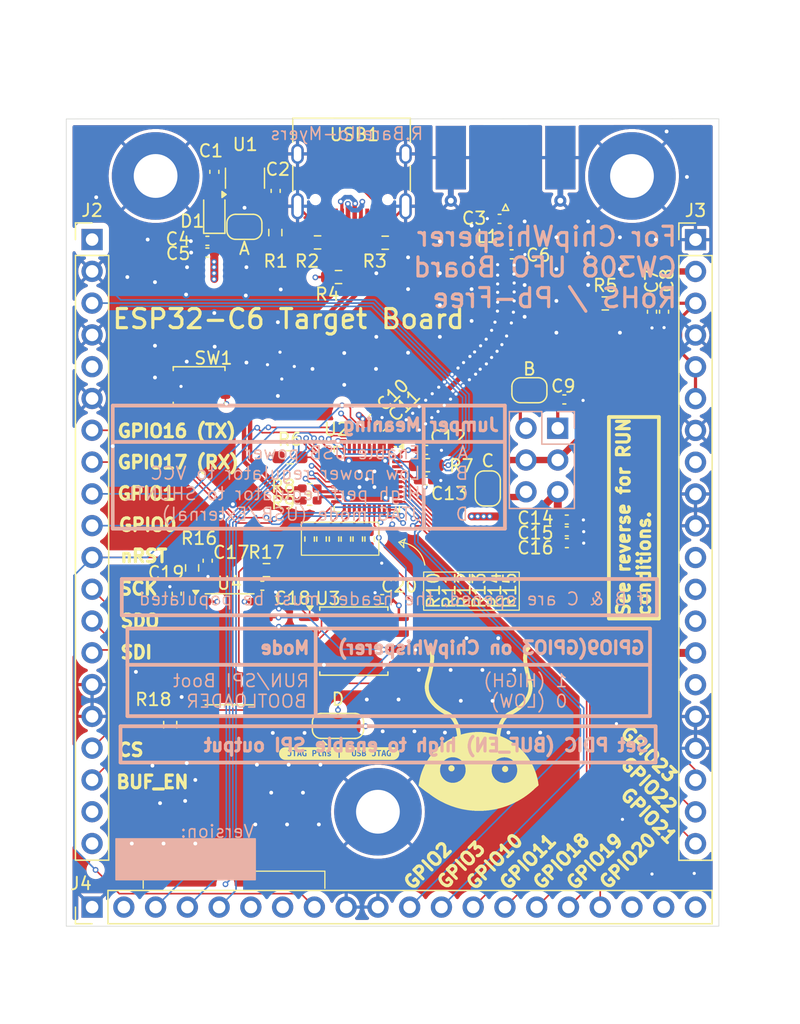
<source format=kicad_pcb>
(kicad_pcb
	(version 20240108)
	(generator "pcbnew")
	(generator_version "8.0")
	(general
		(thickness 1.6)
		(legacy_teardrops no)
	)
	(paper "A4")
	(layers
		(0 "F.Cu" signal "Component Side")
		(1 "In1.Cu" signal)
		(2 "In2.Cu" signal)
		(31 "B.Cu" signal "Bottom Layer")
		(32 "B.Adhes" user "B.Adhesive")
		(33 "F.Adhes" user "F.Adhesive")
		(34 "B.Paste" user "Bottom Paste")
		(35 "F.Paste" user "Top Paste")
		(36 "B.SilkS" user "Bottom Overlay")
		(37 "F.SilkS" user "Top Overlay")
		(38 "B.Mask" user "Solder Side")
		(39 "F.Mask" user "Top Solder")
		(40 "Dwgs.User" user "Mechanical 10")
		(41 "Cmts.User" user "User.Comments")
		(42 "Eco1.User" user "User.Eco1")
		(43 "Eco2.User" user "Mechanical 11")
		(44 "Edge.Cuts" user)
		(45 "Margin" user)
		(46 "B.CrtYd" user "B.Courtyard")
		(47 "F.CrtYd" user "F.Courtyard")
		(48 "B.Fab" user "Mechanical 13")
		(49 "F.Fab" user "Mechanical 12")
		(50 "User.1" user "Mechanical 1")
		(51 "User.2" user "Mechanical 2")
		(52 "User.3" user "Mechanical 3")
		(53 "User.4" user "Mechanical 4")
		(54 "User.5" user "Mechanical 5")
		(55 "User.6" user "Mechanical 6")
		(56 "User.7" user "Mechanical 7")
		(57 "User.8" user "Mechanical 8")
		(58 "User.9" user "Mechanical 9")
	)
	(setup
		(stackup
			(layer "F.SilkS"
				(type "Top Silk Screen")
				(color "White")
			)
			(layer "F.Paste"
				(type "Top Solder Paste")
			)
			(layer "F.Mask"
				(type "Top Solder Mask")
				(color "Purple")
				(thickness 0.01)
			)
			(layer "F.Cu"
				(type "copper")
				(thickness 0.0432)
			)
			(layer "dielectric 1"
				(type "prepreg")
				(color "FR4 natural")
				(thickness 0.2021)
				(material "FR408-HR")
				(epsilon_r 3.69)
				(loss_tangent 0.0091)
			)
			(layer "In1.Cu"
				(type "copper")
				(thickness 0.0175)
			)
			(layer "dielectric 2"
				(type "core")
				(color "FR4 natural")
				(thickness 1.0451)
				(material "FR408-HR")
				(epsilon_r 3.69)
				(loss_tangent 0.0091)
			)
			(layer "In2.Cu"
				(type "copper")
				(thickness 0.035)
			)
			(layer "dielectric 3"
				(type "prepreg")
				(color "FR4 natural")
				(thickness 0.2021)
				(material "FR408-HR")
				(epsilon_r 3.69)
				(loss_tangent 0.0091)
			)
			(layer "B.Cu"
				(type "copper")
				(thickness 0.035)
			)
			(layer "B.Mask"
				(type "Bottom Solder Mask")
				(color "Purple")
				(thickness 0.01)
			)
			(layer "B.Paste"
				(type "Bottom Solder Paste")
			)
			(layer "B.SilkS"
				(type "Bottom Silk Screen")
				(color "White")
			)
			(copper_finish "ENIG")
			(dielectric_constraints no)
		)
		(pad_to_mask_clearance 0.0254)
		(allow_soldermask_bridges_in_footprints no)
		(aux_axis_origin 48.9026 151.4616)
		(grid_origin 48.9026 151.4616)
		(pcbplotparams
			(layerselection 0x00010fc_ffffffff)
			(plot_on_all_layers_selection 0x0000000_00000000)
			(disableapertmacros no)
			(usegerberextensions no)
			(usegerberattributes yes)
			(usegerberadvancedattributes yes)
			(creategerberjobfile yes)
			(dashed_line_dash_ratio 12.000000)
			(dashed_line_gap_ratio 3.000000)
			(svgprecision 4)
			(plotframeref no)
			(viasonmask no)
			(mode 1)
			(useauxorigin no)
			(hpglpennumber 1)
			(hpglpenspeed 20)
			(hpglpendiameter 15.000000)
			(pdf_front_fp_property_popups yes)
			(pdf_back_fp_property_popups yes)
			(dxfpolygonmode yes)
			(dxfimperialunits yes)
			(dxfusepcbnewfont yes)
			(psnegative no)
			(psa4output no)
			(plotreference yes)
			(plotvalue yes)
			(plotfptext yes)
			(plotinvisibletext no)
			(sketchpadsonfab no)
			(subtractmaskfromsilk no)
			(outputformat 1)
			(mirror no)
			(drillshape 0)
			(scaleselection 1)
			(outputdirectory "output/")
		)
	)
	(property "ADDRESS1" "1083 Queen St., Suite 196")
	(property "ADDRESS2" "Halifax")
	(property "ADDRESS3" "NS")
	(property "ADDRESS4" "Canada B3H 0B2")
	(property "DOCUMENTNUMBER" "")
	(property "ORGANIZATION" "NewAE Technology Inc.")
	(property "SHEETAPPROVED" "Yes")
	(property "SHEETTOTAL" "")
	(net 0 "")
	(net 1 "+5V")
	(net 2 "Net-(D1-A)")
	(net 3 "+3.3V")
	(net 4 "/ESP32-C6/SHUNTH")
	(net 5 "/ESP32-C6/RF_OUT")
	(net 6 "/ESP32-C6/nRST")
	(net 7 "/ESP32-C6/RXD")
	(net 8 "/ESP32-C6/TXD")
	(net 9 "/ESP32-C6/TRIG")
	(net 10 "GND")
	(net 11 "/ESP32-C6/BUF_SDO")
	(net 12 "/ESP32-C6/OE")
	(net 13 "unconnected-(J2-Pin_19-Pad19)")
	(net 14 "unconnected-(J2-Pin_5-Pad5)")
	(net 15 "/ESP32-C6/BUF_CS")
	(net 16 "/ESP32-C6/BUF_SCK")
	(net 17 "unconnected-(J2-Pin_1-Pad1)")
	(net 18 "/ESP32-C6/GPIO3")
	(net 19 "/ESP32-C6/CLK")
	(net 20 "/ESP32-C6/BUF_SDI")
	(net 21 "unconnected-(J3-Pin_13-Pad13)")
	(net 22 "/ESP32-C6/LED2")
	(net 23 "unconnected-(J3-Pin_8-Pad8)")
	(net 24 "/ESP32-C6/SHUNTL")
	(net 25 "/ESP32-C6/LED1")
	(net 26 "/ESP32-C6/LED3")
	(net 27 "unconnected-(J3-Pin_11-Pad11)")
	(net 28 "unconnected-(J3-Pin_12-Pad12)")
	(net 29 "/ESP32-C6/GPIO18")
	(net 30 "/ESP32-C6/TCK")
	(net 31 "/ESP32-C6/GPIO19")
	(net 32 "/ESP32-C6/TDO")
	(net 33 "unconnected-(J3-Pin_15-Pad15)")
	(net 34 "/ESP32-C6/TMS")
	(net 35 "unconnected-(J4-Pin_18-Pad18)")
	(net 36 "/ESP32-C6/GPIO20")
	(net 37 "/ESP32-C6/GPIO11")
	(net 38 "/ESP32-C6/TDI")
	(net 39 "Net-(JP1-B)")
	(net 40 "/ESP32-C6/HP_VDD")
	(net 41 "/ESP32-C6/LP_VDD")
	(net 42 "Net-(JP4-C)")
	(net 43 "Net-(USB1-CC1)")
	(net 44 "Net-(USB1-CC2)")
	(net 45 "/ESP32-C6/USBJTAG_D-")
	(net 46 "Net-(U2-GPIO13{slash}USB_D+)")
	(net 47 "Net-(U2-GPIO12{slash}USB_D-)")
	(net 48 "/ESP32-C6/USBJTAG_D+")
	(net 49 "Net-(U2-XTAL_P)")
	(net 50 "Net-(U2-GPIO8)")
	(net 51 "/ESP32-C6/FLASH_CS")
	(net 52 "Net-(U2-SPICS0{slash}GPIO24)")
	(net 53 "Net-(U2-SPIQ{slash}GPIO25)")
	(net 54 "/ESP32-C6/FLASH_SDO")
	(net 55 "/ESP32-C6/FLASH_WP")
	(net 56 "Net-(U2-SPIWP{slash}GPIO26)")
	(net 57 "Net-(U2-SPIHD{slash}GPIO28)")
	(net 58 "/ESP32-C6/FLASH_HD")
	(net 59 "/ESP32-C6/FLASH_SCK")
	(net 60 "Net-(U2-SPICLK{slash}GPIO29)")
	(net 61 "/ESP32-C6/FLASH_SDI")
	(net 62 "Net-(U2-SPID{slash}GPIO30)")
	(net 63 "/ESP32-C6/BOOT")
	(net 64 "unconnected-(U1-NC-Pad4)")
	(net 65 "unconnected-(U2-VDD_SPI{slash}GPIO27-Pad23)")
	(net 66 "unconnected-(U2-XTAL_N-Pad38)")
	(net 67 "unconnected-(J4-Pin_2-Pad2)")
	(net 68 "unconnected-(J4-Pin_19-Pad19)")
	(net 69 "unconnected-(USB1-SBU1-PadA8)")
	(net 70 "unconnected-(USB1-SBU2-PadB8)")
	(net 71 "unconnected-(J4-Pin_20-Pad20)")
	(net 72 "unconnected-(U4-NC-Pad9)")
	(net 73 "unconnected-(U4-NC-Pad6)")
	(net 74 "/ESP32-C6/RF")
	(net 75 "/ESP32-C6/GPIO1")
	(net 76 "/ESP32-C6/GPIO10")
	(net 77 "/ESP32-C6/GPIO2")
	(footprint "Connector_PinHeader_2.54mm:PinHeader_1x20_P2.54mm_Vertical" (layer "F.Cu") (at 124.467601 136.2216 90))
	(footprint "Connector_PinHeader_2.54mm:PinHeader_1x20_P2.54mm_Vertical" (layer "F.Cu") (at 172.7276 82.891598))
	(footprint "Capacitor_SMD:C_0402_1005Metric_Pad0.74x0.62mm_HandSolder" (layer "F.Cu") (at 162.4319 105.259))
	(footprint "Jumper:SolderJumper-2_P1.3mm_Bridged_RoundedPad1.0x1.5mm" (layer "F.Cu") (at 156.116 102.7698 90))
	(footprint "kibuzzard-65FBB6AF" (layer "F.Cu") (at 144.2288 123.9534))
	(footprint "Capacitor_SMD:C_0402_1005Metric_Pad0.74x0.62mm_HandSolder" (layer "F.Cu") (at 133.6878 82.9832 180))
	(footprint "Package_SO:SOIC-14_3.9x8.7mm_P1.27mm" (layer "F.Cu") (at 135.4658 115.6235))
	(footprint "Resistor_SMD:R_0402_1005Metric_Pad0.72x0.64mm_HandSolder" (layer "F.Cu") (at 142.8166 106.8116 90))
	(footprint "Inductor_SMD:L_0402_1005Metric" (layer "F.Cu") (at 157.5384 82.63 -90))
	(footprint "Capacitor_SMD:C_0402_1005Metric_Pad0.74x0.62mm_HandSolder" (layer "F.Cu") (at 151.1376 102.1348))
	(footprint "Capacitor_SMD:C_0402_1005Metric" (layer "F.Cu") (at 158.0236 84.0594 180))
	(footprint "Capacitor_SMD:C_0402_1005Metric_Pad0.74x0.62mm_HandSolder" (layer "F.Cu") (at 139.1499 78.9954 -90))
	(footprint "Resistor_SMD:R_0603_1608Metric_Pad0.98x0.95mm_HandSolder" (layer "F.Cu") (at 147.9118 83.1356 180))
	(footprint "Capacitor_SMD:C_0402_1005Metric_Pad0.74x0.62mm_HandSolder" (layer "F.Cu") (at 133.7132 108.5443 -90))
	(footprint "MountingHole:MountingHole_3.5mm_Pad" (layer "F.Cu") (at 147.3276 128.6016))
	(footprint "Resistor_SMD:R_0603_1608Metric_Pad0.98x0.95mm_HandSolder" (layer "F.Cu") (at 130.716 121.642 90))
	(footprint "Button_Switch_SMD:SW_Push_SPST_NO_Alps_SKRK" (layer "F.Cu") (at 133.0274 94.6164 180))
	(footprint "Connector_PinHeader_2.54mm:PinHeader_1x20_P2.54mm_Vertical" (layer "F.Cu") (at 124.4676 82.8816))
	(footprint "Capacitor_SMD:C_0402_1005Metric_Pad0.74x0.62mm_HandSolder" (layer "F.Cu") (at 151.1884 99.6964))
	(footprint "Resistor_SMD:R_0603_1608Metric_Pad0.98x0.95mm_HandSolder" (layer "F.Cu") (at 165.514 87.987))
	(footprint "Capacitor_SMD:C_0402_1005Metric_Pad0.74x0.62mm_HandSolder" (layer "F.Cu") (at 134.2466 77.4714 90))
	(footprint "Capacitor_SMD:C_0402_1005Metric_Pad0.74x0.62mm_HandSolder" (layer "F.Cu") (at 146.9212 97.1818 45))
	(footprint "Resistor_SMD:R_0402_1005Metric_Pad0.72x0.64mm_HandSolder" (layer "F.Cu") (at 145.7166 106.8116 90))
	(footprint "Resistor_SMD:R_0603_1608Metric_Pad0.98x0.95mm_HandSolder" (layer "F.Cu") (at 132.4686 109.1198 90))
	(footprint "Resistor_SMD:R_0402_1005Metric_Pad0.72x0.64mm_HandSolder" (layer "F.Cu") (at 141.8666 102.7698 180))
	(footprint "Capacitor_SMD:C_0402_1005Metric_Pad0.74x0.62mm_HandSolder"
		(layer "F.Cu")
		(uuid "81897892-4aa5-460d-b549-0b917daf3ee7")
		(at 162.2374 95.6578 180)
		(descr "Capacitor SMD 0402 (1005 Metric), square (rectangular) end terminal, IPC_7351 nominal with elongated pad for handsoldering. (Body size source: IPC-SM-782 page 76, https://www.pcb-3d.com/wordpress/wp-content/uploads/ipc-sm-782a_amendment_1_and_2.pdf), generated with kicad-footprint-generator")
		(tags "capacitor handsolder")
		(property "Reference" "C9"
			(at 0.0849 1.0668 180)
			(layer "F.SilkS")
			(uuid "09190e84-5a14-458b-975c-341f9ef63f00")
			(effects
				(font
					(size 1 1)
					(thickness 0.15)
				)
			)
		)
		(property "Value" "100n"
			(at 0 1.8698 180)
			(layer "F.Fab")
			(hide yes)
			(uuid "0462f463-aeb3-460b-b82c-7d0be67d1f9d")
			(effects
				(font
					(size 1 1)
					(thickness 0.15)
				)
			)
		)
		(property "Footprint" "Capacitor_SMD:C_0402_1005Metric_Pad0.74x0.62mm_HandSolder"
			(at 0 0 180)
			(unlocked yes)
			(layer "F.Fab")
			(hide yes)
			(uuid "2c53b398-c2d7-4fc0-9bdb-d5fbe36d3284")
			(effects
				(font
					(size 1.27 1.27)
				)
			)
		)
		(property "Datasheet" ""
			(at 0 0 180)
			(unlocked yes)
			(layer "F.Fab")
			(hide yes)
			(uuid "94bcb850-3f12-464c-9c81-bb3da650ad3b")
			(effects
				(font
					(size 1.27 1.27)
				)
			)
		)
		(property "Description" ""
			(at 0 0 180)
			(unlocked yes)
			(layer "F.Fab")
			(hide yes)
			(uuid "4f2373ee-242b-4aa9-8ebd-3e3c5b0d9935")
			(effects
				(font
					(size 1.27 1.27)
				)
			)
		)
		(property "PART NUMBER" "CCHIP-100n-0603"
			(at 0 0 180)
			(unlocked yes)
			(layer "F.Fab")
			(hide yes)
			(uuid "71314f68-c227-4e69-ae80-4367ac1f6951")
			(effects
				(font
					(size 1 1)
					(thickness 0.15)
				)
			)
		)
		(property "COMPONENT KIND" "Standard"
			(at 0 0 180)
			(unlocked yes)
			(layer "F.Fab")
			(hide yes)
			(uuid "b1b0bc50-3b29-4efa-986b-f6017717da62")
			(effects
				(font
					(size 1 1)
					(thickness 0.15)
				)
			)
		)
		(property "COMPONENT TYPE" "Standard"
			(at 0 0 180)
			(unlocked yes)
			(layer "F.Fab")
			(hide yes)
			(uuid "b98d3203-a3c6-439b-ba2c-a0fc474338fa")
			(effects
				(font
					(size 1 1)
					(thickness 0.15)
				)
			)
		)
		(property "FOOTPRINT" "0603"
			(at 0 0 180)
			(unlocked yes)
			(layer "F.Fab")
			(hide yes)
			(uuid "965c5e1a-89ec-47f5-b630-41c69cda0fad")
			(effects
				(font
					(size 1 1)
					(thickness 0.15)
				)
			)
		)
		(property "PIN COUNT" "2"
			(at 0 0 180)
			(unlocked yes)
			(layer "F.Fab")
			(hide yes)
			(uuid "6caae1ba-8349-4def-9ec4-6286c44e156a")
			(effects
				(font
					(size 1 1)
					(thickness 0.15)
				)
			)
		)
		(property "ALTIUM_VALUE" "100n"
			(at 0 0 180)
			(unlocked yes)
			(layer "F.Fab")
			(hide yes)
			(uuid "93f4000e-c32a-43ff-a638-00b6958b7f94")
			(effects
				(font
					(size 1 1)
					(thickness 0.15)
				)
			)
		)
		(property "CASE-EIA" "0603"
			(at 0 0 180)
			(unlocked yes)
			(layer "F.Fab")
			(hide yes)
			(uuid "9f79df94-280d-4b74-83b6-396e01efd967")
			(effects
				(font
					(size 1 1)
					(thickness 0.15)
				)
			)
		)
		(property "CASE-METRIC" "1608"
			(at 0 0 180)
			(unlocked yes)
			(layer "F.Fab")
			(hide yes)
			(uuid "25ed7964-42f5-478a-be86-e00da4968bbc")
			(effects
				(font
					(size 1 1)
					(thickness 0.15)
				)
			)
		)
		(property "MOUNTING TECHNOLOGY" "SMT"
			(at 0 0 180)
			(unlocked yes)
			(layer "F.Fab")
			(hide yes)
			(uuid "197bfaba-edf4-49d9-aa77-03058812b61a")
			(effects
				(font
					(size 1 1)
					(thickness 0.15)
				)
			)
		)
		(property "COMPONENT GROUP" "Capacitor"
			(at 0 0 180)
			(unlocked yes)
			(layer "F.Fab")
			(hide yes)
			(uuid "99f91f14-07d7-4a57-98ba-bb8787d86c17")
			(effects
				(font
					(size 1 1)
					(thickness 0.15)
				)
			)
		)
		(property "MANUFACTURE 1" "Kemet"
			(at 0 0 180)
			(unlocked yes)
			(layer "F.Fab")
			(hide yes)
			(uuid "bf3dcab9-350d-46ff-97e0-d87696bff3eb")
			(effects
				(font
					(size 1 1)
					(thickness 0.15)
				)
			)
		)
		(property "MANUFACTURE PART NUMBER 1" "C0603C104K5RACTU"
			(at 0 0 180)
			(unlocked yes)
			(layer "F.Fab")
			(hide yes)
			(uuid "299d089c-22dc-48a8-859c-4a69a0f7dfe8")
			(effects
				(font
					(size 1 1)
					(thickness 0.15)
				)
			)
		)
		(property "SUPPLIER 1" "Digi-Key"
			(at 0 0 180)
			(unlocked yes)
			(layer "F.Fab")
			(hide yes)
			(uuid "0a120657-0594-42aa-8d31-85163c056eaa")
			(effects
				(font
					(size 1 1)
					(thickness 0.15)
				)
			)
		)
		(property "SUPPLIER PART NUMBER 1" "399-5089-2-ND"
			(at 0 0 180)
			(unlocked yes)
			(layer "F.Fab")
			(hide yes)
			(uuid "214dd361-bf78-47ba-b2bd-cdf707d2e48a")
			(effects
				(font
					(size 1 1)
					(thickness 0.15)
				)
			)
		)
		(property "RATED VOLTAGE" "50V"
			(at 0 0 180)
			(unlocked yes)
			(layer "F.Fab")
			(hide yes)
			(uuid "dbc167e6-ff90-46ed-ba54-04349e14d963")
			(effects
				(font
					(size 1 1)
					(thickness 0.15)
				)
			)
		)
		(property ki_fp_filters "*CAPC0603_M*")
		(path "/8ae450a8-f59d-43c7-9c6d-3fc48543aa95/f657e6ec-265d-4ef2-b92b-e55b32a689b8")
		(sheetname "ESP32-C6")
		(sheetfile "esp32-c6.kicad_sch")
		(attr smd)
		(fp_line
			(start -0.115835 0.36)
			(end 0.115835 0.36)
			(stroke
				(width 0.12)
				(type solid)
			)
			(layer "F.SilkS")
			(uuid "ae795cee-fe5e-4991-a207-0ec69d6ad055")
		)
		(fp_line
			(start -0.115835 -0.36)
			(end 0.115835 -0.36)
			(stroke
				(width 0.12)
				(type solid)
			)
			(layer "F.SilkS")
			(uuid "aa5c3ea1-3a87-41c6-83c6-6eb1bcb40718")
		)
		(fp_line
			(start 1.08 0.46)
			(end -1.08 0.46)
			(stroke
				(width 0.05)
				(type solid)
			)
			(layer "F.CrtYd")
			(uuid "1b787f40-effc-4a08-83a1-ad8aa3cce684")
		)
		(fp_line
			(start 1.08 -0.46)
			(end 1.08 0.46)
			(stroke
				(width 0.05)
				(type solid)
			)
			(layer "F.CrtYd")
			(uuid "c99f2dee-8bf8-4330-aff9-18da18e1a5d6")
		)
		(fp_line
			(start -1.08 0.46)
			(end -1.08 -0.46)
			(stroke
				(width 0.05)
				(type solid)
			)
			(layer "F.CrtYd")
			(uuid "15126124-8747-4c2f-ab20-0f4336223350")
		)
		(fp_line
			(start -1.08 -0.46)
		
... [1198328 chars truncated]
</source>
